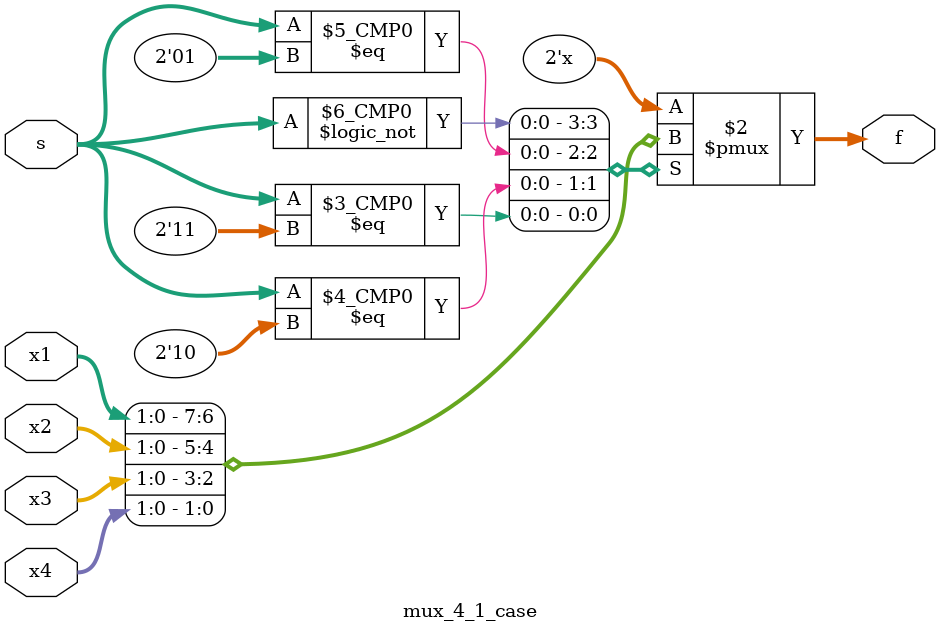
<source format=v>
module mux_4_1_case(
input [1:0] x1, x2, x3, x4,
input [1:0] s,
output reg [1:0] f
);

always@ (*)
begin
case (s)
2'b 00: f = x1;
2'b 01: f = x2;
2'b 10: f = x3;
2'b 11: f = x4;
endcase
end
endmodule
</source>
